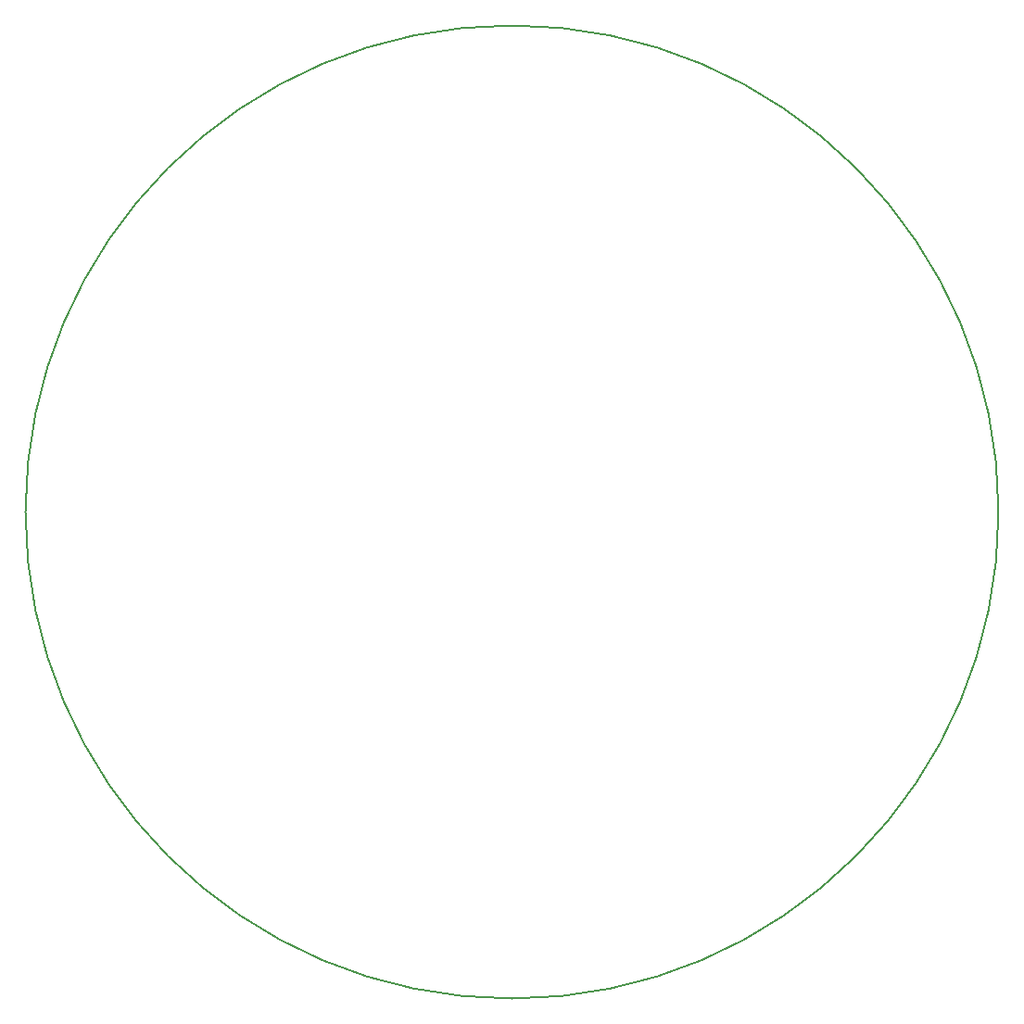
<source format=gbr>
G04 #@! TF.GenerationSoftware,KiCad,Pcbnew,(5.0.0)*
G04 #@! TF.CreationDate,2019-01-30T00:43:17-08:00*
G04 #@! TF.ProjectId,Stark_coaster,537461726B5F636F61737465722E6B69,rev?*
G04 #@! TF.SameCoordinates,Original*
G04 #@! TF.FileFunction,Profile,NP*
%FSLAX46Y46*%
G04 Gerber Fmt 4.6, Leading zero omitted, Abs format (unit mm)*
G04 Created by KiCad (PCBNEW (5.0.0)) date 01/30/19 00:43:17*
%MOMM*%
%LPD*%
G01*
G04 APERTURE LIST*
%ADD10C,0.200000*%
G04 APERTURE END LIST*
D10*
X184150000Y-107950000D02*
G75*
G03X184150000Y-107950000I-44450000J0D01*
G01*
M02*

</source>
